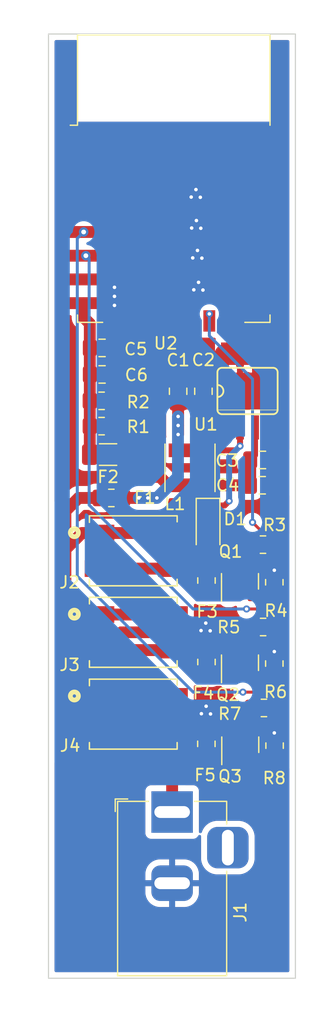
<source format=kicad_pcb>
(kicad_pcb (version 20211014) (generator pcbnew)
  (layers (0 "F.Cu" signal "Front") (31 "B.Cu" signal "Back") (34 "B.Paste" user) (35 "F.Paste" user) (36 "B.SilkS" user "B.Silkscreen") (37 "F.SilkS" user "F.Silkscreen") (38 "B.Mask" user) (39 "F.Mask" user) (44 "Edge.Cuts" user))
  (net 0 "")
  (net 1 "GND")
  (net 2 "Net-(Q1-Pad2)")
  (net 3 "Net-(Q2-Pad2)")
  (net 4 "Net-(Q3-Pad2)")
  (net 5 "VCC")
  (net 6 "GPIO_16")
  (net 7 "GPIO_12")
  (net 8 "GPIO_13")
  (net 9 "GPIO_5")
  (net 10 "GPIO_3")
  (net 11 "GPIO9")
  (net 12 "GPIO10")
  (net 13 "Net-(D1-Pad1)")
  (net 14 "VDD")
  (net 15 "Net-(R1-Pad2)")
  (net 16 "Net-(R2-Pad2)")
  (net 17 "GPIO_14")
  (net 27 "GPIO_4")
  (net 28 "Net-(C1-Pad2)")
  (net 29 "Net-(F3-Pad1)")
  (net 30 "Net-(F3-Pad2)")
  (net 31 "Net-(F4-Pad1)")
  (net 32 "Net-(F4-Pad2)")
  (net 33 "Net-(F5-Pad1)")
  (net 34 "Net-(F5-Pad2)")
  (net 35 "Net-(C3-Pad2)")
  (footprint "Resistor_SMD:R_0805_2012Metric_Pad1.20x1.40mm_HandSolder" (layer "F.Cu") (at 149.6764 100.29)
    (fp_text reference "R5" (at -2.8976 0.0179) (layer "F.SilkS"))
    (fp_text value "330" hide)
    (fp_line (start -0.227064 -0.735) (end 0.227064 -0.735) (layer "F.SilkS") (width 0.12))
    (fp_line (start -0.227064 0.735) (end 0.227064 0.735) (layer "F.SilkS") (width 0.12))
    (pad "1" smd roundrect (at -1 0) (size 1.2 1.4) (layers "F.Cu" "F.Paste" "F.Mask") (roundrect_rratio 0.2083333333) (net 3 "Net-(Q2-Pad2)"))
    (pad "2" smd roundrect (at 1 0) (size 1.2 1.4) (layers "F.Cu" "F.Paste" "F.Mask") (roundrect_rratio 0.2083333333) (net 7 "GPIO_12"))
  )
  (footprint "Resistor_SMD:R_0805_2012Metric_Pad1.20x1.40mm_HandSolder" (layer "F.Cu") (at 136.875 89.408 180)
    (fp_text reference "F1" (at -2.825 0.025) (layer "F.SilkS"))
    (fp_text value "375m" hide)
    (fp_line (start -0.227064 0.735) (end 0.227064 0.735) (layer "F.SilkS") (width 0.12))
    (fp_line (start -0.227064 -0.735) (end 0.227064 -0.735) (layer "F.SilkS") (width 0.12))
    (pad "1" smd roundrect (at -1 0 180) (size 1.2 1.4) (layers "F.Cu" "F.Paste" "F.Mask") (roundrect_rratio 0.2083333333) (net 28 "Net-(C1-Pad2)"))
    (pad "2" smd roundrect (at 1 0 180) (size 1.2 1.4) (layers "F.Cu" "F.Paste" "F.Mask") (roundrect_rratio 0.2083333333) (net 5 "VCC"))
  )
  (footprint "Resistor_SMD:R_0805_2012Metric_Pad1.20x1.40mm_HandSolder" (layer "F.Cu") (at 150.622 96.516619 -90)
    (fp_text reference "R4" (at 2.403381 -0.138 180) (layer "F.SilkS"))
    (fp_text value "10k" hide)
    (fp_line (start -0.227064 -0.735) (end 0.227064 -0.735) (layer "F.SilkS") (width 0.12))
    (fp_line (start -0.227064 0.735) (end 0.227064 0.735) (layer "F.SilkS") (width 0.12))
    (pad "1" smd roundrect (at -1 0 270) (size 1.2 1.4) (layers "F.Cu" "F.Paste" "F.Mask") (roundrect_rratio 0.2083333333) (net 1 "GND"))
    (pad "2" smd roundrect (at 1 0 270) (size 1.2 1.4) (layers "F.Cu" "F.Paste" "F.Mask") (roundrect_rratio 0.2083333333) (net 2 "Net-(Q1-Pad2)"))
  )
  (footprint "Package_TO_SOT_SMD:SOT-23" (layer "F.Cu") (at 147.7264 103.3025 90)
    (fp_text reference "Q2" (at -2.6975 -1.0064 180) (layer "F.SilkS"))
    (fp_text value "Q_NMOS_DGS" hide)
    (fp_line (start 0 1.56) (end -0.65 1.56) (layer "F.SilkS") (width 0.12))
    (fp_line (start 0 -1.56) (end 0.65 -1.56) (layer "F.SilkS") (width 0.12))
    (fp_line (start 0 -1.56) (end -1.675 -1.56) (layer "F.SilkS") (width 0.12))
    (fp_line (start 0 1.56) (end 0.65 1.56) (layer "F.SilkS") (width 0.12))
    (pad "1" smd roundrect (at -0.9375 -0.95 90) (size 1.475 0.6) (layers "F.Cu" "F.Paste" "F.Mask") (net 31 "Net-(F4-Pad1)"))
    (pad "2" smd roundrect (at -0.9375 0.95 90) (size 1.475 0.6) (layers "F.Cu" "F.Paste" "F.Mask") (net 3 "Net-(Q2-Pad2)"))
    (pad "3" smd roundrect (at 0.9375 0 90) (size 1.475 0.6) (layers "F.Cu" "F.Paste" "F.Mask") (net 1 "GND"))
  )
  (footprint "Resistor_SMD:R_0805_2012Metric_Pad1.20x1.40mm_HandSolder" (layer "F.Cu") (at 136.053051 81.220144)
    (fp_text reference "R2" (at 3.088149 0.110656) (layer "F.SilkS"))
    (fp_text value "10k" hide)
    (fp_line (start -0.227064 -0.735) (end 0.227064 -0.735) (layer "F.SilkS") (width 0.12))
    (fp_line (start -0.227064 0.735) (end 0.227064 0.735) (layer "F.SilkS") (width 0.12))
    (pad "1" smd roundrect (at -1 0) (size 1.2 1.4) (layers "F.Cu" "F.Paste" "F.Mask") (roundrect_rratio 0.2083333333) (net 14 "VDD"))
    (pad "2" smd roundrect (at 1 0) (size 1.2 1.4) (layers "F.Cu" "F.Paste" "F.Mask") (roundrect_rratio 0.2083333333) (net 16 "Net-(R2-Pad2)"))
  )
  (footprint "Inductor_SMD:L_Vishay_IFSC-1515AH_4x4x1.8mm" (layer "F.Cu") (at 143.51 86.868 -90)
    (fp_text reference "L1" (at 3.048 1.27 180) (layer "F.SilkS"))
    (fp_text value "47u" hide)
    (fp_line (start -2 -2.11) (end 2 -2.11) (layer "F.SilkS") (width 0.12))
    (fp_line (start 2 2.11) (end -2 2.11) (layer "F.SilkS") (width 0.12))
    (pad "1" smd rect (at -1.475 0 270) (size 1.15 3.6) (layers "F.Cu" "F.Paste" "F.Mask") (net 13 "Net-(D1-Pad1)"))
    (pad "2" smd rect (at 1.475 0 270) (size 1.15 3.6) (layers "F.Cu" "F.Paste" "F.Mask") (net 35 "Net-(C3-Pad2)"))
  )
  (footprint "Resistor_SMD:R_0805_2012Metric_Pad1.20x1.40mm_HandSolder" (layer "F.Cu") (at 136.053051 83.353744)
    (fp_text reference "R1" (at 3.088149 0.059856) (layer "F.SilkS"))
    (fp_text value "10k" hide)
    (fp_line (start -0.227064 -0.735) (end 0.227064 -0.735) (layer "F.SilkS") (width 0.12))
    (fp_line (start -0.227064 0.735) (end 0.227064 0.735) (layer "F.SilkS") (width 0.12))
    (pad "1" smd roundrect (at -1 0) (size 1.2 1.4) (layers "F.Cu" "F.Paste" "F.Mask") (roundrect_rratio 0.2083333333) (net 14 "VDD"))
    (pad "2" smd roundrect (at 1 0) (size 1.2 1.4) (layers "F.Cu" "F.Paste" "F.Mask") (roundrect_rratio 0.2083333333) (net 15 "Net-(R1-Pad2)"))
  )
  (footprint "Wago:WAGO_2059-302_998-403" (layer "F.Cu") (at 138.9749 107.6364)
    (fp_text reference "J4" (at -5.5795 2.6541) (layer "F.SilkS") (effects (font (size 1.001866 1.001866))))
    (fp_text value "2059-302/998-403" hide)
    (fp_line (start -3.95 2.95) (end 3.45 2.95) (layer "F.SilkS") (width 0.127))
    (fp_line (start -3.95 -2.95) (end 3.45 -2.95) (layer "F.SilkS") (width 0.127))
    (fp_line (start 3.45 -2.95) (end 3.45 -2.45) (layer "F.SilkS") (width 0.127))
    (fp_line (start -3.95 2.4) (end -3.95 2.95) (layer "F.SilkS") (width 0.127))
    (fp_line (start 3.45 2.95) (end 3.45 2.4) (layer "F.SilkS") (width 0.127))
    (fp_line (start -3.95 -2.4) (end -3.95 -2.95) (layer "F.SilkS") (width 0.127))
    (fp_circle (center -5.22 -1.53) (end -5.08 -1.53) (layer "F.SilkS") (width 0.4) (fill none))
    (pad "1" smd rect (at -3.1 -1.5) (size 2.5 1.4) (layers "F.Cu" "F.Paste" "F.Mask") (net 5 "VCC"))
    (pad "1" smd rect (at 3.1 -1.5) (size 2.5 1.4) (layers "F.Cu" "F.Paste" "F.Mask") (net 5 "VCC"))
    (pad "2" smd rect (at -3.1 1.5) (size 2.5 1.4) (layers "F.Cu" "F.Paste" "F.Mask") (net 34 "Net-(F5-Pad2)"))
    (pad "2" smd rect (at 3.1 1.5) (size 2.5 1.4) (layers "F.Cu" "F.Paste" "F.Mask") (net 34 "Net-(F5-Pad2)"))
  )
  (footprint "Resistor_SMD:R_0805_2012Metric_Pad1.20x1.40mm_HandSolder" (layer "F.Cu") (at 149.666031 93.343919)
    (fp_text reference "R3" (at 0.983969 -1.653919) (layer "F.SilkS"))
    (fp_text value "330" hide)
    (fp_line (start -0.227064 0.735) (end 0.227064 0.735) (layer "F.SilkS") (width 0.12))
    (fp_line (start -0.227064 -0.735) (end 0.227064 -0.735) (layer "F.SilkS") (width 0.12))
    (pad "1" smd roundrect (at -1 0) (size 1.2 1.4) (layers "F.Cu" "F.Paste" "F.Mask") (roundrect_rratio 0.2083333333) (net 2 "Net-(Q1-Pad2)"))
    (pad "2" smd roundrect (at 1 0) (size 1.2 1.4) (layers "F.Cu" "F.Paste" "F.Mask") (roundrect_rratio 0.2083333333) (net 27 "GPIO_4"))
  )
  (footprint "Resistor_SMD:R_0805_2012Metric_Pad1.20x1.40mm_HandSolder" (layer "F.Cu") (at 150.6456 110.2911 -90)
    (fp_text reference "R8" (at 2.7389 0.0236 180) (layer "F.SilkS"))
    (fp_text value "10k" hide)
    (fp_line (start -0.227064 0.735) (end 0.227064 0.735) (layer "F.SilkS") (width 0.12))
    (fp_line (start -0.227064 -0.735) (end 0.227064 -0.735) (layer "F.SilkS") (width 0.12))
    (pad "1" smd roundrect (at -1 0 270) (size 1.2 1.4) (layers "F.Cu" "F.Paste" "F.Mask") (roundrect_rratio 0.2083333333) (net 1 "GND"))
    (pad "2" smd roundrect (at 1 0 270) (size 1.2 1.4) (layers "F.Cu" "F.Paste" "F.Mask") (roundrect_rratio 0.2083333333) (net 4 "Net-(Q3-Pad2)"))
  )
  (footprint "Capacitor_SMD:C_0805_2012Metric_Pad1.18x1.45mm_HandSolder" (layer "F.Cu") (at 142.5079 80.4134 -90)
    (fp_text reference "C1" (at -2.6224 0) (layer "F.SilkS"))
    (fp_text value "10n" hide)
    (fp_line (start -0.261252 -0.735) (end 0.261252 -0.735) (layer "F.SilkS") (width 0.12))
    (fp_line (start -0.261252 0.735) (end 0.261252 0.735) (layer "F.SilkS") (width 0.12))
    (pad "1" smd roundrect (at -1.0375 0 270) (size 1.175 1.45) (layers "F.Cu" "F.Paste" "F.Mask") (roundrect_rratio 0.2127659574) (net 1 "GND"))
    (pad "2" smd roundrect (at 1.0375 0 270) (size 1.175 1.45) (layers "F.Cu" "F.Paste" "F.Mask") (roundrect_rratio 0.2127659574) (net 28 "Net-(C1-Pad2)"))
  )
  (footprint "Diodes_Inc:SO08" (layer "F.Cu") (at 148.3614 80.391)
    (fp_text reference "U1" (at -3.5167 2.8164 180) (layer "F.SilkS"))
    (fp_text value "AP1509")
    (fp_line (start 2.159 -1.9558) (end -2.159 -1.9558) (layer "F.SilkS") (width 0.1524))
    (fp_line (start 2.54 1.5748) (end 2.54 -1.5748) (layer "F.SilkS") (width 0.1524))
    (fp_line (start -2.54 0.508) (end -2.54 1.5748) (layer "F.SilkS") (width 0.1524))
    (fp_line (start -2.54 -0.508) (end -2.54 0.508) (layer "F.SilkS") (width 0.1524))
    (fp_line (start -2.54 1.6002) (end 2.54 1.6002) (layer "F.SilkS") (width 0.0508))
    (fp_line (start -2.54 -1.5748) (end -2.54 -0.508) (layer "F.SilkS") (width 0.1524))
    (fp_line (start -2.159 1.9558) (end 2.159 1.9558) (layer "F.SilkS") (width 0.1524))
    (fp_arc (start 2.159 -1.9558) (mid 2.428408 -1.844208) (end 2.54 -1.5748) (layer "F.SilkS") (width 0.1524))
    (fp_arc (start -2.159 1.9558) (mid -2.428408 1.844208) (end -2.54 1.5748) (layer "F.SilkS") (width 0.1524))
    (fp_arc (start 2.54 1.5748) (mid 2.428408 1.844208) (end 2.159 1.9558) (layer "F.SilkS") (width 0.1524))
    (fp_arc (start -2.54 -1.5748) (mid -2.428408 -1.844208) (end -2.159 -1.9558) (layer "F.SilkS") (width 0.1524))
    (fp_arc (start -2.54 -0.508) (mid -2.032 0) (end -2.54 0.508) (layer "F.SilkS") (width 0.1524))
    (pad "1" smd rect (at -1.905 3.0734) (size 0.6604 2.032) (layers "F.Cu" "F.Paste" "F.Mask") (net 28 "Net-(C1-Pad2)"))
    (pad "2" smd rect (at -0.635 3.0734) (size 0.6604 2.032) (layers "F.Cu" "F.Paste" "F.Mask") (net 13 "Net-(D1-Pad1)"))
    (pad "3" smd rect (at 0.635 3.0734) (size 0.6604 2.032) (layers "F.Cu" "F.Paste" "F.Mask") (net 35 "Net-(C3-Pad2)"))
    (pad "4" smd rect (at 1.905 3.0734) (size 0.6604 2.032) (layers "F.Cu" "F.Paste" "F.Mask") (net 1 "GND"))
    (pad "5" smd rect (at 1.905 -3.0734) (size 0.6604 2.032) (layers "F.Cu" "F.Paste" "F.Mask") (net 1 "GND"))
    (pad "6" smd rect (at 0.635 -3.0734) (size 0.6604 2.032) (layers "F.Cu" "F.Paste" "F.Mask") (net 1 "GND"))
    (pad "7" smd rect (at -0.635 -3.0734) (size 0.6604 2.032) (layers "F.Cu" "F.Paste" "F.Mask") (net 1 "GND"))
    (pad "8" smd rect (at -1.905 -3.0734) (size 0.6604 2.032) (layers "F.Cu" "F.Paste" "F.Mask") (net 1 "GND"))
  )
  (footprint "Wago:WAGO_2059-302_998-403" (layer "F.Cu") (at 138.9749 93.8656)
    (fp_text reference "J2" (at -5.6265 2.6581) (layer "F.SilkS") (effects (font (size 1.001866 1.001866))))
    (fp_text value "2059-302/998-403" hide)
    (fp_line (start -3.95 -2.4) (end -3.95 -2.95) (layer "F.SilkS") (width 0.127))
    (fp_line (start -3.95 2.4) (end -3.95 2.95) (layer "F.SilkS") (width 0.127))
    (fp_line (start 3.45 -2.95) (end 3.45 -2.45) (layer "F.SilkS") (width 0.127))
    (fp_line (start -3.95 2.95) (end 3.45 2.95) (layer "F.SilkS") (width 0.127))
    (fp_line (start 3.45 2.95) (end 3.45 2.4) (layer "F.SilkS") (width 0.127))
    (fp_line (start -3.95 -2.95) (end 3.45 -2.95) (layer "F.SilkS") (width 0.127))
    (fp_circle (center -5.22 -1.53) (end -5.08 -1.53) (layer "F.SilkS") (width 0.4) (fill none))
    (pad "1" smd rect (at 3.1 -1.5) (size 2.5 1.4) (layers "F.Cu" "F.Paste" "F.Mask") (net 5 "VCC"))
    (pad "1" smd rect (at -3.1 -1.5) (size 2.5 1.4) (layers "F.Cu" "F.Paste" "F.Mask") (net 5 "VCC"))
    (pad "2" smd rect (at -3.1 1.5) (size 2.5 1.4) (layers "F.Cu" "F.Paste" "F.Mask") (net 30 "Net-(F3-Pad2)"))
    (pad "2" smd rect (at 3.1 1.5) (size 2.5 1.4) (layers "F.Cu" "F.Paste" "F.Mask") (net 30 "Net-(F3-Pad2)"))
  )
  (footprint "Capacitor_SMD:C_0805_2012Metric_Pad1.18x1.45mm_HandSolder" (layer "F.Cu") (at 136.0932 76.7588 180)
    (fp_text reference "C5" (at -2.8448 -0.1016) (layer "F.SilkS"))
    (fp_text value "10n" hide)
    (fp_line (start -0.261252 -0.735) (end 0.261252 -0.735) (layer "F.SilkS") (width 0.12))
    (fp_line (start -0.261252 0.735) (end 0.261252 0.735) (layer "F.SilkS") (width 0.12))
    (pad "1" smd roundrect (at -1.0375 0 180) (size 1.175 1.45) (layers "F.Cu" "F.Paste" "F.Mask") (roundrect_rratio 0.2127659574) (net 1 "GND"))
    (pad "2" smd roundrect (at 1.0375 0 180) (size 1.175 1.45) (layers "F.Cu" "F.Paste" "F.Mask") (roundrect_rratio 0.2127659574) (net 14 "VDD"))
  )
  (footprint "Package_TO_SOT_SMD:SOT-23" (layer "F.Cu") (at 147.75 110.2144 90)
    (fp_text reference "Q3" (at -2.6656 -0.86 180) (layer "F.SilkS"))
    (fp_text value "Q_NMOS_DGS" hide)
    (fp_line (start 0 -1.56) (end 0.65 -1.56) (layer "F.SilkS") (width 0.12))
    (fp_line (start 0 1.56) (end 0.65 1.56) (layer "F.SilkS") (width 0.12))
    (fp_line (start 0 -1.56) (end -1.675 -1.56) (layer "F.SilkS") (width 0.12))
    (fp_line (start 0 1.56) (end -0.65 1.56) (layer "F.SilkS") (width 0.12))
    (pad "1" smd roundrect (at -0.9375 -0.95 90) (size 1.475 0.6) (layers "F.Cu" "F.Paste" "F.Mask") (net 33 "Net-(F5-Pad1)"))
    (pad "2" smd roundrect (at -0.9375 0.95 90) (size 1.475 0.6) (layers "F.Cu" "F.Paste" "F.Mask") (net 4 "Net-(Q3-Pad2)"))
    (pad "3" smd roundrect (at 0.9375 0 90) (size 1.475 0.6) (layers "F.Cu" "F.Paste" "F.Mask") (net 1 "GND"))
  )
  (footprint "Resistor_SMD:R_0805_2012Metric_Pad1.20x1.40mm_HandSolder" (layer "F.Cu") (at 144.89 110.14 90)
    (fp_text reference "F5" (at -2.636 -0.11 180) (layer "F.SilkS"))
    (fp_text value "375m" hide)
    (fp_line (start -0.227064 0.735) (end 0.227064 0.735) (layer "F.SilkS") (width 0.12))
    (fp_line (start -0.227064 -0.735) (end 0.227064 -0.735) (layer "F.SilkS") (width 0.12))
    (pad "1" smd roundrect (at -1 0 90) (size 1.2 1.4) (layers "F.Cu" "F.Paste" "F.Mask") (roundrect_rratio 0.2083333333) (net 33 "Net-(F5-Pad1)"))
    (pad "2" smd roundrect (at 1 0 90) (size 1.2 1.4) (layers "F.Cu" "F.Paste" "F.Mask") (roundrect_rratio 0.2083333333) (net 34 "Net-(F5-Pad2)"))
  )
  (footprint "Package_TO_SOT_SMD:SOT-23" (layer "F.Cu") (at 147.7264 96.4375 90)
    (fp_text reference "Q1" (at 2.5075 -0.7964) (layer "F.SilkS"))
    (fp_text value "Q_NMOS_DGS" hide)
    (fp_line (start 0 1.56) (end -0.65 1.56) (layer "F.SilkS") (width 0.12))
    (fp_line (start 0 -1.56) (end 0.65 -1.56) (layer "F.SilkS") (width 0.12))
    (fp_line (start 0 1.56) (end 0.65 1.56) (layer "F.SilkS") (width 0.12))
    (fp_line (start 0 -1.56) (end -1.675 -1.56) (layer "F.SilkS") (width 0.12))
    (pad "1" smd roundrect (at -0.9375 -0.95 90) (size 1.475 0.6) (layers "F.Cu" "F.Paste" "F.Mask") (net 29 "Net-(F3-Pad1)"))
    (pad "2" smd roundrect (at -0.9375 0.95 90) (size 1.475 0.6) (layers "F.Cu" "F.Paste" "F.Mask") (net 2 "Net-(Q1-Pad2)"))
    (pad "3" smd roundrect (at 0.9375 0 90) (size 1.475 0.6) (layers "F.Cu" "F.Paste" "F.Mask") (net 1 "GND"))
  )
  (footprint "Diode_SMD:D_SOD-123" (layer "F.Cu") (at 145.034 91.694 -90)
    (fp_text reference "D1" (at -0.508 -2.286 180) (layer "F.SilkS"))
    (fp_text value "MBRX120LF-TP" hide)
    (fp_line (start -2.25 -1) (end -2.25 1) (layer "F.SilkS") (width 0.12))
    (fp_line (start -2.25 1) (end 1.65 1) (layer "F.SilkS") (width 0.12))
    (fp_line (start -2.25 -1) (end 1.65 -1) (layer "F.SilkS") (width 0.12))
    (pad "1" smd rect (at -1.65 0 270) (size 0.9 1.2) (layers "F.Cu" "F.Paste" "F.Mask") (net 13 "Net-(D1-Pad1)"))
    (pad "2" smd rect (at 1.65 0 270) (size 0.9 1.2) (layers "F.Cu" "F.Paste" "F.Mask") (net 1 "GND"))
  )
  (footprint "Resistor_SMD:R_0805_2012Metric_Pad1.20x1.40mm_HandSolder" (layer "F.Cu") (at 149.7456 107.1144)
    (fp_text reference "R7" (at -2.8856 0.4956) (layer "F.SilkS"))
    (fp_text value "330" hide)
    (fp_line (start -0.227064 -0.735) (end 0.227064 -0.735) (layer "F.SilkS") (width 0.12))
    (fp_line (start -0.227064 0.735) (end 0.227064 0.735) (layer "F.SilkS") (width 0.12))
    (pad "1" smd roundrect (at -1 0) (size 1.2 1.4) (layers "F.Cu" "F.Paste" "F.Mask") (roundrect_rratio 0.2083333333) (net 4 "Net-(Q3-Pad2)"))
    (pad "2" smd roundrect (at 1 0) (size 1.2 1.4) (layers "F.Cu" "F.Paste" "F.Mask") (roundrect_rratio 0.2083333333) (net 17 "GPIO_14"))
  )
  (footprint "Wago:WAGO_2059-302_998-403" (layer "F.Cu") (at 138.9749 100.7364)
    (fp_text reference "J3" (at -5.6128 2.7469) (layer "F.SilkS") (effects (font (size 1.001866 1.001866))))
    (fp_text value "2059-302/998-403" hide)
    (fp_line (start 3.45 2.95) (end 3.45 2.4) (layer "F.SilkS") (width 0.127))
    (fp_line (start -3.95 -2.4) (end -3.95 -2.95) (layer "F.SilkS") (width 0.127))
    (fp_line (start -3.95 -2.95) (end 3.45 -2.95) (layer "F.SilkS") (width 0.127))
    (fp_line (start -3.95 2.95) (end 3.45 2.95) (layer "F.SilkS") (width 0.127))
    (fp_line (start -3.95 2.4) (end -3.95 2.95) (layer "F.SilkS") (width 0.127))
    (fp_line (start 3.45 -2.95) (end 3.45 -2.45) (layer "F.SilkS") (width 0.127))
    (fp_circle (center -5.22 -1.53) (end -5.08 -1.53) (layer "F.SilkS") (width 0.4) (fill none))
    (pad "1" smd rect (at 3.1 -1.5) (size 2.5 1.4) (layers "F.Cu" "F.Paste" "F.Mask") (net 5 "VCC"))
    (pad "1" smd rect (at -3.1 -1.5) (size 2.5 1.4) (layers "F.Cu" "F.Paste" "F.Mask") (net 5 "VCC"))
    (pad "2" smd rect (at -3.1 1.5) (size 2.5 1.4) (layers "F.Cu" "F.Paste" "F.Mask") (net 32 "Net-(F4-Pad2)"))
    (pad "2" smd rect (at 3.1 1.5) (size 2.5 1.4) (layers "F.Cu" "F.Paste" "F.Mask") (net 32 "Net-(F4-Pad2)"))
  )
  (footprint "Capacitor_SMD:C_0805_2012Metric_Pad1.18x1.45mm_HandSolder" (layer "F.Cu") (at 136.0932 78.994)
    (fp_text reference "C6" (at 2.8956 0.0508) (layer "F.SilkS"))
    (fp_text value "100n" hide)
    (fp_line (start -0.261252 0.735) (end 0.261252 0.735) (layer "F.SilkS") (width 0.12))
    (fp_line (start -0.261252 -0.735) (end 0.261252 -0.735) (layer "F.SilkS") (width 0.12))
    (pad "1" smd roundrect (at -1.0375 0) (size 1.175 1.45) (layers "F.Cu" "F.Paste" "F.Mask") (roundrect_rratio 0.2127659574) (net 14 "VDD"))
    (pad "2" smd roundrect (at 1.0375 0) (size 1.175 1.45) (layers "F.Cu" "F.Paste" "F.Mask") (roundrect_rratio 0.2127659574) (net 1 "GND"))
  )
  (footprint "Resistor_SMD:R_1206_3216Metric_Pad1.30x1.75mm_HandSolder" (layer "F.Cu") (at 136.6 85.75)
    (fp_text reference "F2" (at 0 1.88) (layer "F.SilkS"))
    (fp_text value "160m" hide)
    (fp_line (start -0.727064 0.91) (end 0.727064 0.91) (layer "F.SilkS") (width 0.12))
    (fp_line (start -0.727064 -0.91) (end 0.727064 -0.91) (layer "F.SilkS") (width 0.12))
    (pad "1" smd roundrect (at -1.55 0) (size 1.3 1.75) (layers "F.Cu" "F.Paste" "F.Mask") (roundrect_rratio 0.1923076923) (net 14 "VDD"))
    (pad "2" smd roundrect (at 1.55 0) (size 1.3 1.75) (layers "F.Cu" "F.Paste" "F.Mask") (roundrect_rratio 0.1923076923) (net 35 "Net-(C3-Pad2)"))
  )
  (footprint "Resistor_SMD:R_0805_2012Metric_Pad1.20x1.40mm_HandSolder" (layer "F.Cu") (at 144.9 96.37 90)
    (fp_text reference "F3" (at -2.62 0.06 180) (layer "F.SilkS"))
    (fp_text value "375m" hide)
    (fp_line (start -0.227064 0.735) (end 0.227064 0.735) (layer "F.SilkS") (width 0.12))
    (fp_line (start -0.227064 -0.735) (end 0.227064 -0.735) (layer "F.SilkS") (width 0.12))
    (pad "1" smd roundrect (at -1 0 90) (size 1.2 1.4) (layers "F.Cu" "F.Paste" "F.Mask") (roundrect_rratio 0.2083333333) (net 29 "Net-(F3-Pad1)"))
    (pad "2" smd roundrect (at 1 0 90) (size 1.2 1.4) (layers "F.Cu" "F.Paste" "F.Mask") (roundrect_rratio 0.2083333333) (net 30 "Net-(F3-Pad2)"))
  )
  (footprint "Resistor_SMD:R_0805_2012Metric_Pad1.20x1.40mm_HandSolder" (layer "F.Cu") (at 144.9 103.24 90)
    (fp_text reference "F4" (at -2.62 -0.26 180) (layer "F.SilkS"))
    (fp_text value "375m" hide)
    (fp_line (start -0.227064 0.735) (end 0.227064 0.735) (layer "F.SilkS") (width 0.12))
    (fp_line (start -0.227064 -0.735) (end 0.227064 -0.735) (layer "F.SilkS") (width 0.12))
    (pad "1" smd roundrect (at -1 0 90) (size 1.2 1.4) (layers "F.Cu" "F.Paste" "F.Mask") (roundrect_rratio 0.2083333333) (net 31 "Net-(F4-Pad1)"))
    (pad "2" smd roundrect (at 1 0 90) (size 1.2 1.4) (layers "F.Cu" "F.Paste" "F.Mask") (roundrect_rratio 0.2083333333) (net 32 "Net-(F4-Pad2)"))
  )
  (footprint "Resistor_SMD:R_0805_2012Metric_Pad1.20x1.40mm_HandSolder" (layer "F.Cu") (at 150.622 103.3704 -90)
    (fp_text reference "R6" (at 2.3896 -0.108 180) (layer "F.SilkS"))
    (fp_text value "10k" hide)
    (fp_line (start -0.227064 -0.735) (end 0.227064 -0.735) (layer "F.SilkS") (width 0.12))
    (fp_line (start -0.227064 0.735) (end 0.227064 0.735) (layer "F.SilkS") (width 0.12))
    (pad "1" smd roundrect (at -1 0 270) (size 1.2 1.4) (layers "F.Cu" "F.Paste" "F.Mask") (roundrect_rratio 0.2083333333) (net 1 "GND"))
    (pad "2" smd roundrect (at 1 0 270) (size 1.2 1.4) (layers "F.Cu" "F.Paste" "F.Mask") (roundrect_rratio 0.2083333333) (net 3 "Net-(Q2-Pad2)"))
  )
  (footprint "Capacitor_SMD:C_0805_2012Metric_Pad1.18x1.45mm_HandSolder" (layer "F.Cu") (at 144.6415 80.4134 90)
    (fp_text reference "C2" (at 2.6416 0 180) (layer "F.SilkS"))
    (fp_text value "100n" hide)
    (fp_line (start -0.261252 -0.735) (end 0.261252 -0.735) (layer "F.SilkS") (width 0.12))
    (fp_line (start -0.261252 0.735) (end 0.261252 0.735) (layer "F.SilkS") (width 0.12))
    (pad "1" smd roundrect (at -1.0375 0 90) (size 1.175 1.45) (layers "F.Cu" "F.Paste" "F.Mask") (roundrect_rratio 0.2127659574) (net 28 "Net-(C1-Pad2)"))
    (pad "2" smd roundrect (at 1.0375 0 90) (size 1.175 1.45) (layers "F.Cu" "F.Paste" "F.Mask") (roundrect_rratio 0.2127659574) (net 1 "GND"))
  )
  (footprint "Capacitor_SMD:C_0805_2012Metric_Pad1.18x1.45mm_HandSolder" (layer "F.Cu") (at 149.6275 86.2046 180)
    (fp_text reference "C3" (at 2.9972 -0.0508) (layer "F.SilkS"))
    (fp_text value "10n" hide)
    (fp_line (start -0.261252 0.735) (end 0.261252 0.735) (layer "F.SilkS") (width 0.12))
    (fp_line (start -0.261252 -0.735) (end 0.261252 -0.735) (layer "F.SilkS") (width 0.12))
    (pad "1" smd roundrect (at -1.0375 0 180) (size 1.175 1.45) (layers "F.Cu" "F.Paste" "F.Mask") (roundrect_rratio 0.2127659574) (net 1 "GND"))
    (pad "2" smd roundrect (at 1.0375 0 180) (size 1.175 1.45) (layers "F.Cu" "F.Paste" "F.Mask") (roundrect_rratio 0.2127659574) (net 35 "Net-(C3-Pad2)"))
  )
  (footprint "Connector_BarrelJack:BarrelJack_Horizontal" (layer "F.Cu") (at 142.0025 115.89 90)
    (fp_text reference "J1" (at -8.45 5.75 90) (layer "F.SilkS"))
    (fp_text value "Barrel_Jack_MountingPin" hide)
    (fp_line (start -5 4.6) (end -13.8 4.6) (layer "F.SilkS") (width 0.12))
    (fp_line (start 0.9 1.9) (end 0.9 4.6) (layer "F.SilkS") (width 0.12))
    (fp_line (start 0.9 -4.6) (end 0.9 -2) (layer "F.SilkS") (width 0.12))
    (fp_line (start 0.9 4.6) (end -1 4.6) (layer "F.SilkS") (width 0.12))
    (fp_line (start -13.8 -4.6) (end 0.9 -4.6) (layer "F.SilkS") (width 0.12))
    (fp_line (start -13.8 4.6) (end -13.8 -4.6) (layer "F.SilkS") (width 0.12))
    (fp_line (start 1.1 -3.75) (end 1.1 -4.8) (layer "F.SilkS") (width 0.12))
    (fp_line (start 0.05 -4.8) (end 1.1 -4.8) (layer "F.SilkS") (width 0.12))
    (pad "1" thru_hole rect (at 0 0 90) (size 3.5 3.5) (drill oval 1 3) (layers *.Cu *.Mask) (net 5 "VCC"))
    (pad "2" thru_hole roundrect (at -6 0 90) (size 3 3.5) (drill oval 1 3) (layers *.Cu *.Mask) (net 1 "GND"))
    (pad "3" thru_hole roundrect (at -3 4.7 90) (size 3.5 3.5) (drill oval 3 1) (layers *.Cu *.Mask))
  )
  (footprint "RF_Module:ESP-12E" (layer "F.Cu") (at 142.1384 62.484)
    (fp_text reference "U2" (at -0.6784 13.886) (layer "F.SilkS"))
    (fp_text value "ESP-12E" hide)
    (fp_line (start -8.12 -4.5) (end -8.12 -12.12) (layer "F.SilkS") (width 0.12))
    (fp_line (start -8.12 12.12) (end -8.12 11.5) (layer "F.SilkS") (width 0.12))
    (fp_line (start -8.12 -12.12) (end 8.12 -12.12) (layer "F.SilkS") (width 0.12))
    (fp_line (start 8.12 -12.12) (end 8.12 -4.5) (layer "F.SilkS") (width 0.12))
    (fp_line (start -6 12.12) (end -8.12 12.12) (layer "F.SilkS") (width 0.12))
    (fp_line (start -8.12 -4.5) (end -8.73 -4.5) (layer "F.SilkS") (width 0.12))
    (fp_line (start 8.12 12.12) (end 6 12.12) (layer "F.SilkS") (width 0.12))
    (fp_line (start 8.12 11.5) (end 8.12 12.12) (layer "F.SilkS") (width 0.12))
    (pad "1" smd rect (at -7.6 -3.5) (size 2.5 1) (layers "F.Cu" "F.Paste" "F.Mask") (net 15 "Net-(R1-Pad2)"))
    (pad "2" smd rect (at -7.6 -1.5) (size 2.5 1) (layers "F.Cu" "F.Paste" "F.Mask"))
    (pad "3" smd rect (at -7.6 0.5) (size 2.5 1) (layers "F.Cu" "F.Paste" "F.Mask") (net 16 "Net-(R2-Pad2)"))
    (pad "4" smd rect (at -7.6 2.5) (size 2.5 1) (layers "F.Cu" "F.Paste" "F.Mask") (net 6 "GPIO_16"))
    (pad "5" smd rect (at -7.6 4.5) (size 2.5 1) (layers "F.Cu" "F.Paste" "F.Mask") (net 17 "GPIO_14"))
    (pad "6" smd rect (at -7.6 6.5) (size 2.5 1) (layers "F.Cu" "F.Paste" "F.Mask") (net 7 "GPIO_12"))
    (pad "7" smd rect (at -7.6 8.5) (size 2.5 1) (layers "F.Cu" "F.Paste" "F.Mask") (net 8 "GPIO_13"))
    (pad "8" smd rect (at -7.6 10.5) (size 2.5 1) (layers "F.Cu" "F.Paste" "F.Mask") (net 14 "VDD"))
    (pad "9" smd rect (at -5 12) (size 1 1.8) (layers "F.Cu" "F.Paste" "F.Mask") (net 1 "GND"))
    (pad "10" smd rect (at -3 12) (size 1 1.8) (layers "F.Cu" "F.Paste" "F.Mask"))
    (pad "11" smd rect (at -1 12) (size 1 1.8) (layers "F.Cu" "F.Paste" "F.Mask"))
    (pad "12" smd rect (at 1 12) (size 1 1.8) (layers "F.Cu" "F.Paste" "F.Mask"))
    (pad "13" smd rect (at 3 12) (size 1 1.8) (layers "F.Cu" "F.Paste" "F.Mask") (net 27 "GPIO_4"))
    (pad "14" smd rect (at 5 12) (size 1 1.8) (layers "F.Cu" "F.Paste" "F.Mask") (net 9 "GPIO_5"))
    (pad "15" smd rect (at 7.6 10.5) (size 2.5 1) (layers "F.Cu" "F.Paste" "F.Mask") (net 10 "GPIO_3"))
    (pad "16" smd rect (at 7.6 8.5) (size 2.5 1) (layers "F.Cu" "F.Paste" "F.Mask"))
    (pad "17" smd rect (at 7.6 6.5) (size 2.5 1) (layers "F.Cu" "F.Paste" "F.Mask"))
    (pad "18" smd rect (at 7.6 4.5) (size 2.5 1) (layers "F.Cu" "F.Paste" "F.Mask"))
    (pad "19" smd rect (at 7.6 2.5) (size 2.5 1) (layers "F.Cu" "F.Paste" "F.Mask") (net 11 "GPIO9"))
    (pad "20" smd rect (at 7.6 0.5) (size 2.5 1) (layers "F.Cu" "F.Paste" "F.Mask") (net 12 "GPIO10"))
    (pad "21" smd rect (at 7.6 -1.5) (size 2.5 1) (layers "F.Cu" "F.Paste" "F.Mask"))
    (pad "22" smd rect (at 7.6 -3.5) (size 2.5 1) (layers "F.Cu" "F.Paste" "F.Mask"))
    (zone (net 0) (net_name "") (layers *.Cu) (connect_pads (clearance 0)) (min_thickness 0.254)
      (keepout (tracks not_allowed) (vias not_allowed) (pads not_allowed) (copperpour not_allowed) (footprints not_allowed))
      (fill (thermal_gap 0.508) (thermal_bridge_width 0.508))
      (polygon (pts (xy 134.0184 57.684) (xy 150.2584 57.684) (xy 150.2584 50.364) (xy 134.0184 50.364)))
    )
  )
  (footprint "Capacitor_SMD:C_0805_2012Metric_Pad1.18x1.45mm_HandSolder" (layer "F.Cu") (at 149.606 88.3382)
    (fp_text reference "C4" (at -2.9249 0) (layer "F.SilkS"))
    (fp_text value "100n" hide)
    (fp_line (start -0.261252 -0.735) (end 0.261252 -0.735) (layer "F.SilkS") (width 0.12))
    (fp_line (start -0.261252 0.735) (end 0.261252 0.735) (layer "F.SilkS") (width 0.12))
    (pad "1" smd roundrect (at -1.0375 0) (size 1.175 1.45) (layers "F.Cu" "F.Paste" "F.Mask") (roundrect_rratio 0.2127659574) (net 35 "Net-(C3-Pad2)"))
    (pad "2" smd roundrect (at 1.0375 0) (size 1.175 1.45) (layers "F.Cu" "F.Paste" "F.Mask") (roundrect_rratio 0.2127659574) (net 1 "GND"))
  )
  (gr_rect (start 131.572 50.292) (end 152.4 129.9036) (layer "Edge.Cuts") (width 0.1) (fill none))
  (segment (start 144.6415 79.3759) (end 144.6415 79.1325) (width 1) (layer "F.Cu") (net 1))
  (segment (start 137.1307 78.994) (end 137.1307 76.7588) (width 1) (layer "F.Cu") (net 1))
  (segment (start 150.665 86.2046) (end 150.2664 85.806) (width 0.25) (layer "F.Cu") (net 1))
  (segment (start 137.1384 73.1736) (end 137.1384 72.4116) (width 1) (layer "F.Cu") (net 1))
  (segment (start 137.1384 72.4116) (end 137.1384 71.6496) (width 1) (layer "F.Cu") (net 1))
  (segment (start 137.1307 74.4917) (end 137.1384 74.484) (width 1) (layer "F.Cu") (net 1))
  (segment (start 150.6435 88.3382) (end 150.6435 86.2261) (width 1) (layer "F.Cu") (net 1))
  (segment (start 142.5079 79.3759) (end 144.6415 79.3759) (width 1) (layer "F.Cu") (net 1))
  (segment (start 137.1384 74.484) (end 137.1384 73.1736) (width 1) (layer "F.Cu") (net 1))
  (segment (start 137.1307 76.7588) (end 137.1307 74.4917) (width 1) (layer "F.Cu") (net 1))
  (segment (start 146.4564 77.3176) (end 150.2664 77.3176) (width 1.75) (layer "F.Cu") (net 1))
  (segment (start 144.6415 79.1325) (end 146.4564 77.3176) (width 1) (layer "F.Cu") (net 1))
  (segment (start 150.6435 86.2261) (end 150.665 86.2046) (width 0.25) (layer "F.Cu") (net 1))
  (segment (start 150.2664 85.806) (end 150.2664 83.4644) (width 0.5) (layer "F.Cu") (net 1))
  (via (at 137.1384 71.6496) (size 0.6) (drill 0.3) (layers "F.Cu" "B.Cu") (net 1))
  (via (at 144.38 64.06) (size 0.6) (drill 0.3) (layers "F.Cu" "B.Cu") (net 1))
  (via (at 150.622 109.22) (size 0.6) (drill 0.3) (layers "F.Cu" "B.Cu") (net 1))
  (via (at 143.61 64.04) (size 0.6) (drill 0.3) (layers "F.Cu" "B.Cu") (net 1))
  (via (at 145.24 107.62) (size 0.6) (drill 0.3) (layers "F.Cu" "B.Cu") (net 1))
  (via (at 144.87 106.97) (size 0.6) (drill 0.3) (layers "F.Cu" "B.Cu") (net 1))
  (via (at 144.01 63.41) (size 0.6) (drill 0.3) (layers "F.Cu" "B.Cu") (net 1))
  (via (at 144.84 99.96) (size 0.6) (drill 0.3) (layers "F.Cu" "B.Cu") (net 1))
  (via (at 145.21 100.61) (size 0.6) (drill 0.3) (layers "F.Cu" "B.Cu") (net 1))
  (via (at 144.6 71.88) (size 0.6) (drill 0.3) (layers "F.Cu" "B.Cu") (net 1))
  (via (at 143.83 71.86) (size 0.6) (drill 0.3) (layers "F.Cu" "B.Cu") (net 1))
  (via (at 143.65 66.65) (size 0.6) (drill 0.3) (layers "F.Cu" "B.Cu") (net 1))
  (via (at 144.23 71.23) (size 0.6) (drill 0.3) (layers "F.Cu" "B.Cu") (net 1))
  (via (at 144.44 100.59) (size 0.6) (drill 0.3) (layers "F.Cu" "B.Cu") (net 1))
  (via (at 144.47 107.6) (size 0.6) (drill 0.3) (layers "F.Cu" "B.Cu") (net 1))
  (via (at 137.1384 73.1736) (size 0.6) (drill 0.3) (layers "F.Cu" "B.Cu") (net 1))
  (via (at 144.05 66.02) (size 0.6) (drill 0.3) (layers "F.Cu" "B.Cu") (net 1))
  (via (at 150.622 95.504) (size 0.6) (drill 0.3) (layers "F.Cu" "B.Cu") (net 1))
  (via (at 144.51 69.19) (size 0.6) (drill 0.3) (layers "F.Cu" "B.Cu") (net 1))
  (via (at 144.42 66.67) (size 0.6) (drill 0.3) (layers "F.Cu" "B.Cu") (net 1))
  (via (at 143.74 69.17) (size 0.6) (drill 0.3) (layers "F.Cu" "B.Cu") (net 1))
  (via (at 150.622 102.362) (size 0.6) (drill 0.3) (layers "F.Cu" "B.Cu") (net 1))
  (via (at 137.1384 72.4116) (size 0.6) (drill 0.3) (layers "F.Cu" "B.Cu") (net 1))
  (via (at 144.14 68.54) (size 0.6) (drill 0.3) (layers "F.Cu" "B.Cu") (net 1))
  (segment (start 148.6764 97.375) (end 150.480381 97.375) (width 0.25) (layer "F.Cu") (net 2))
  (segment (start 148.6764 97.375) (end 148.6764 93.354288) (width 0.25) (layer "F.Cu") (net 2))
  (segment (start 150.480381 97.375) (end 150.622 97.516619) (width 0.25) (layer "F.Cu") (net 2))
  (segment (start 148.6764 93.354288) (end 148.666031 93.343919) (width 0.25) (layer "F.Cu") (net 2))
  (segment (start 148.6764 104.24) (end 148.6764 100.29) (width 0.25) (layer "F.Cu") (net 3))
  (segment (start 150.4916 104.24) (end 150.622 104.3704) (width 0.25) (layer "F.Cu") (net 3))
  (segment (start 148.6764 104.24) (end 150.4916 104.24) (width 0.25) (layer "F.Cu") (net 3))
  (segment (start 148.7 111.1519) (end 150.5064 111.1519) (width 0.25) (layer "F.Cu") (net 4))
  (segment (start 148.7 111.1519) (end 148.7 107.16) (width 0.25) (layer "F.Cu") (net 4))
  (segment (start 150.5064 111.1519) (end 150.6456 111.2911) (width 0.25) (layer "F.Cu") (net 4))
  (segment (start 148.7 107.16) (end 148.7456 107.1144) (width 0.25) (layer "F.Cu") (net 4))
  (segment (start 133 90.52) (end 134.112 89.408) (width 1) (layer "F.Cu") (net 5))
  (segment (start 135.8749 92.3656) (end 134.3844 92.3656) (width 1) (layer "F.Cu") (net 5))
  (segment (start 134.112 89.408) (end 135.875 89.408) (width 1) (layer "F.Cu") (net 5))
  (segment (start 142.0025 113.3005) (end 142.0025 115.89) (width 1) (layer "F.Cu") (net 5))
  (segment (start 133 110.93) (end 134.18 112.11) (width 1) (layer "F.Cu") (net 5))
  (segment (start 135.8749 99.2364) (end 142.0749 99.2364) (width 1) (layer "F.Cu") (net 5))
  (segment (start 134.18 112.11) (end 140.812 112.11) (width 1) (layer "F.Cu") (net 5))
  (segment (start 134.8636 106.1364) (end 133 108) (width 1) (layer "F.Cu") (net 5))
  (segment (start 135.0136 99.2364) (end 133 101.25) (width 1) (layer "F.Cu") (net 5))
  (segment (start 140.812 112.11) (end 142.0025 113.3005) (width 1) (layer "F.Cu") (net 5))
  (segment (start 135.8749 106.1364) (end 142.0749 106.1364) (width 1) (layer "F.Cu") (net 5))
  (segment (start 133 101.25) (end 133 108) (width 1) (layer "F.Cu") (net 5))
  (segment (start 133 93.75) (end 133 90.52) (width 1) (layer "F.Cu") (net 5))
  (segment (start 135.8749 99.2364) (end 135.0136 99.2364) (width 1) (layer "F.Cu") (net 5))
  (segment (start 138.5936 92.3656) (end 142.0749 92.3656) (width 1) (layer "F.Cu") (net 5))
  (segment (start 134.3844 92.3656) (end 133 93.75) (width 1) (layer "F.Cu") (net 5))
  (segment (start 135.8749 106.1364) (end 134.8636 106.1364) (width 1) (layer "F.Cu") (net 5))
  (segment (start 133 108) (end 133 110.93) (width 1) (layer "F.Cu") (net 5))
  (segment (start 133 93.75) (end 133 101.25) (width 1) (layer "F.Cu") (net 5))
  (segment (start 135.8749 92.3656) (end 138.5936 92.3656) (width 1) (layer "F.Cu") (net 5))
  (segment (start 150.7456 100.29) (end 149.2256 98.77) (width 0.25) (layer "F.Cu") (net 7))
  (segment (start 149.2256 98.77) (end 149.2 98.77) (width 0.127) (layer "F.Cu") (net 7))
  (segment (start 148.28 98.77) (end 149.2 98.77) (width 0.25) (layer "F.Cu") (net 7))
  (via (at 148.28 98.77) (size 0.6) (drill 0.3) (layers "F.Cu" "B.Cu") (net 7))
  (via (at 134.7245 68.984) (size 0.8) (drill 0.4) (layers "F.Cu" "B.Cu") (net 7))
  (segment (start 143.77 98.77) (end 148.28 98.77) (width 0.25) (layer "B.Cu") (net 7))
  (segment (start 135 90) (end 143.77 98.77) (width 0.25) (layer "B.Cu") (net 7))
  (segment (start 134.7245 68.984) (end 135 69.2595) (width 0.25) (layer "B.Cu") (net 7))
  (segment (start 135 69.2595) (end 135 90) (width 0.25) (layer "B.Cu") (net 7))
  (segment (start 145.034 90.044) (end 146.43 90.044) (width 0.5) (layer "F.Cu") (net 13))
  (segment (start 147.73 85.03) (end 147.73 83.468) (width 0.5) (layer "F.Cu") (net 13))
  (segment (start 146.43 90.044) (end 146.812 89.662) (width 0.5) (layer "F.Cu") (net 13))
  (segment (start 147.73 83.468) (end 147.7264 83.4644) (width 0.5) (layer "F.Cu") (net 13))
  (segment (start 147.73 85.03) (end 147.367 85.393) (width 0.5) (layer "F.Cu") (net 13))
  (segment (start 147.367 85.393) (end 143.51 85.393) (width 0.5) (layer "F.Cu") (net 13))
  (via (at 147.73 85.03) (size 0.6) (drill 0.3) (layers "F.Cu" "B.Cu") (net 13))
  (via (at 146.812 89.662) (size 0.6) (drill 0.3) (layers "F.Cu" "B.Cu") (net 13))
  (segment (start 146.812 85.948) (end 147.73 85.03) (width 0.5) (layer "B.Cu") (net 13))
  (segment (start 146.812 89.662) (end 146.812 85.948) (width 0.5) (layer "B.Cu") (net 13))
  (segment (start 135.0557 81.217495) (end 135.053051 81.220144) (width 1) (layer "F.Cu") (net 14))
  (segment (start 135.053051 81.220144) (end 135.053051 83.353744) (width 1) (layer "F.Cu") (net 14))
  (segment (start 135.053051 83.353744) (end 135.053051 85.746949) (width 1) (layer "F.Cu") (net 14))
  (segment (start 134.5384 74.188) (end 135.0557 74.7053) (width 1) (layer "F.Cu") (net 14))
  (segment (start 134.5384 72.984) (end 134.5384 74.188) (width 1) (layer "F.Cu") (net 14))
  (segment (start 135.053051 85.746949) (end 135.05 85.75) (width 1) (layer "F.Cu") (net 14))
  (segment (start 135.0557 78.994) (end 135.0557 76.7588) (width 1) (layer "F.Cu") (net 14))
  (segment (start 135.0557 78.994) (end 135.0557 81.217495) (width 1) (layer "F.Cu") (net 14))
  (segment (start 135.0557 74.7053) (end 135.0557 76.7588) (width 1) (layer "F.Cu") (net 14))
  (segment (start 140.1572 80.283597) (end 140.1572 63.785202) (width 0.25) (layer "F.Cu") (net 15))
  (segment (start 135.355998 58.984) (end 134.5384 58.984) (width 0.25) (layer "F.Cu") (net 15))
  (segment (start 140.1572 63.785202) (end 135.355998 58.984) (width 0.25) (layer "F.Cu") (net 15))
  (segment (start 137.087053 83.353744) (end 140.1572 80.283597) (width 0.25) (layer "F.Cu") (net 15))
  (segment (start 137.053051 83.353744) (end 137.087053 83.353744) (width 0.25) (layer "F.Cu") (net 15))
  (segment (start 138.1252 80.229995) (end 138.1252 65.7388) (width 0.25) (layer "F.Cu") (net 16))
  (segment (start 137.135051 81.220144) (end 138.1252 80.229995) (width 0.25) (layer "F.Cu") (net 16))
  (segment (start 135.3704 62.984) (end 134.5384 62.984) (width 0.25) (layer "F.Cu") (net 16))
  (segment (start 137.053051 81.220144) (end 137.135051 81.220144) (width 0.25) (layer "F.Cu") (net 16))
  (segment (start 138.1252 65.7388) (end 135.3704 62.984) (width 0.25) (layer "F.Cu") (net 16))
  (segment (start 149.4112 105.78) (end 150.7456 107.1144) (width 0.25) (layer "F.Cu") (net 17))
  (segment (start 147.97 105.78) (end 149.4112 105.78) (width 0.25) (layer "F.Cu") (net 17))
  (via (at 147.97 105.78) (size 0.6) (drill 0.3) (layers "F.Cu" "B.Cu") (net 17))
  (via (at 134.5384 66.984) (size 0.8) (drill 0.4) (layers "F.Cu" "B.Cu") (net 17))
  (segment (start 134 96) (end 143.78 105.78) (width 0.25) (layer "B.Cu") (net 17))
  (segment (start 143.78 105.78) (end 147.97 105.78) (width 0.25) (layer "B.Cu") (net 17))
  (segment (start 134 67.5224) (end 134 96) (width 0.25) (layer "B.Cu") (net 17))
  (segment (start 134.5384 66.984) (end 134 67.5224) (width 0.25) (layer "B.Cu") (net 17))
  (segment (start 148.784831 91.462719) (end 150.666031 93.343919) (width 0.25) (layer "F.Cu") (net 27))
  (segment (start 145.1384 73.8916) (end 145.14 73.89) (width 0.127) (layer "F.Cu") (net 27))
  (via (at 148.784831 91.462719) (size 0.6) (drill 0.3) (layers "F.Cu" "B.Cu") (net 27))
  (via (at 145.14 73.89) (size 0.6) (drill 0.3) (layers "F.Cu" "B.Cu") (net 27))
  (segment (start 148.784831 79.384831) (end 148.784831 91.462719) (width 0.25) (layer "B.Cu") (net 27))
  (segment (start 145.14 73.89) (end 145.14 75.74) (width 0.25) (layer "B.Cu") (net 27))
  (segment (start 145.14 75.74) (end 148.784831 79.384831) (width 0.25) (layer "B.Cu") (net 27))
  (segment (start 142.5079 82.5361) (end 142.5079 83.2981) (width 1) (layer "F.Cu") (net 28))
  (segment (start 142.5079 83.2981) (end 142.5079 84.0601) (width 1) (layer "F.Cu") (net 28))
  (segment (start 142.5079 81.4509) (end 144.6415 81.4509) (width 1) (layer "F.Cu") (net 28))
  (segment (start 145.6113 81.4509) (end 144.6415 81.4509) (width 0.5) (layer "F.Cu") (net 28))
  (segment (start 146.4564 82.296) (end 145.6113 81.4509) (width 0.5) (layer "F.Cu") (net 28))
  (segment (start 139.192 89.408) (end 139.954 89.408) (width 1) (layer "F.Cu") (net 28))
  (segment (start 137.875 89.408) (end 139.192 89.408) (width 1) (layer "F.Cu") (net 28))
  (segment (start 142.5079 81.4509) (end 142.5079 82.5361) (width 1) (layer "F.Cu") (net 28))
  (segment (start 139.954 89.408) (end 140.716 89.408) (width 1) (layer "F.Cu") (net 28))
  (segment (start 146.4564 83.4644) (end 146.4564 82.296) (width 0.5) (layer "F.Cu") (net 28))
  (via (at 140.716 89.408) (size 0.6) (drill 0.3) (layers "F.Cu" "B.Cu") (net 28))
  (via (at 139.954 89.408) (size 0.6) (drill 0.3) (layers "F.Cu" "B.Cu") (net 28))
  (via (at 142.5079 83.2981) (size 0.6) (drill 0.3) (layers "F.Cu" "B.Cu") (net 28))
  (via (at 142.5079 82.5361) (size 0.6) (drill 0.3) (layers "F.Cu" "B.Cu") (net 28))
  (via (at 139.192 89.408) (size 0.6) (drill 0.3) (layers "F.Cu" "B.Cu") (net 28))
  (via (at 142.5079 84.0601) (size 0.6) (drill 0.3) (layers "F.Cu" "B.Cu") (net 28))
  (segment (start 142.494 86.868) (end 142.494 82.55) (width 1) (layer "B.Cu") (net 28))
  (segment (start 140.716 89.408) (end 139.192 89.408) (width 1) (layer "B.Cu") (net 28))
  (segment (start 140.716 89.408) (end 142.494 87.63) (width 1) (layer "B.Cu") (net 28))
  (segment (start 142.494 82.55) (end 142.5079 82.5361) (width 1) (layer "B.Cu") (net 28))
  (segment (start 142.494 87.63) (end 142.494 86.868) (width 1) (layer "B.Cu") (net 28))
  (segment (start 144.9 97.37) (end 146.7714 97.37) (width 1) (layer "F.Cu") (net 29))
  (segment (start 146.7714 97.37) (end 146.7764 97.375) (width 0.127) (layer "F.Cu") (net 29))
  (segment (start 146.774819 97.373419) (end 146.7764 97.375) (width 0.25) (layer "F.Cu") (net 29))
  (segment (start 142.0749 95.3656) (end 144.8956 95.3656) (width 1) (layer "F.Cu") (net 30))
  (segment (start 144.8956 95.3656) (end 144.9 95.37) (width 1) (layer "F.Cu") (net 30))
  (segment (start 135.8749 95.3656) (end 142.0749 95.3656) (width 1) (layer "F.Cu") (net 30))
  (segment (start 144.9 104.24) (end 146.7764 104.24) (width 1) (layer "F.Cu") (net 31))
  (segment (start 144.8964 102.2364) (end 144.9 102.24) (width 1) (layer "F.Cu") (net 32))
  (segment (start 135.8749 102.2364) (end 142.0749 102.2364) (width 1) (layer "F.Cu") (net 32))
  (segment (start 142.0749 102.2364) (end 144.8964 102.2364) (width 1) (layer "F.Cu") (net 32))
  (segment (start 146.7881 111.14) (end 146.8 111.1519) (width 0.127) (layer "F.Cu") (net 33))
  (segment (start 144.89 111.14) (end 146.7881 111.14) (width 1) (layer "F.Cu") (net 33))
  (segment (start 144.8864 109.1364) (end 144.89 109.14) (width 1) (layer "F.Cu") (net 34))
  (segment (start 135.8749 109.1364) (end 142.0749 109.1364) (width 1) (layer "F.Cu") (net 34))
  (segment (start 142.0749 109.1364) (end 144.8864 109.1364) (width 1) (layer "F.Cu") (net 34))
  (segment (start 148.5637 88.343) (end 148.5685 88.3382) (width 1) (layer "F.Cu") (net 35))
  (segment (start 141.732 88.392) (end 143.461 88.392) (width 1) (layer "F.Cu") (net 35))
  (segment (start 148.59 86.2046) (end 148.59 88.3167) (width 1) (layer "F.Cu") (net 35))
  (segment (start 143.51 88.343) (end 148.5637 88.343) (width 1) (layer "F.Cu") (net 35))
  (segment (start 140.03 87.63) (end 140.97 87.63) (width 1) (layer "F.Cu") (net 35))
  (segment (start 148.9964 85.7982) (end 148.59 86.2046) (width 0.5) (layer "F.Cu") (net 35))
  (segment (start 140.97 87.63) (end 141.732 88.392) (width 1) (layer "F.Cu") (net 35))
  (segment (start 143.461 88.392) (end 143.51 88.343) (width 1) (layer "F.Cu") (net 35))
  (segment (start 148.9964 83.4644) (end 148.9964 85.7982) (width 0.5) (layer "F.Cu") (net 35))
  (segment (start 138.15 85.75) (end 140.03 87.63) (width 1) (layer "F.Cu") (net 35))
  (zone (net 1) (net_name "GND") (layers F&B.Cu) (name "GND") (connect_pads (clearance 0.508)) (min_thickness 0.254) (fill yes (thermal_gap 0.508) (thermal_bridge_width 0.508))
    (polygon (pts (xy 155.006836 133.713139) (xy 127.481836 133.763139) (xy 127.5 47.425) (xy 155.075 47.425)))
  )
)
</source>
